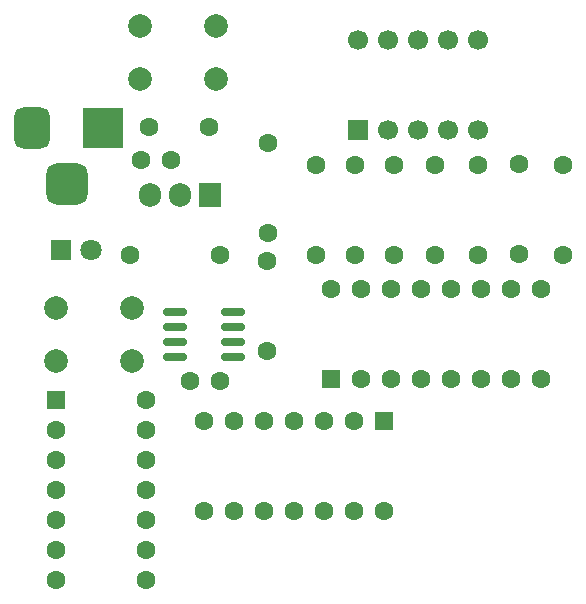
<source format=gbr>
%TF.GenerationSoftware,KiCad,Pcbnew,9.0.2*%
%TF.CreationDate,2025-11-09T02:01:15+01:00*%
%TF.ProjectId,digital_dice,64696769-7461-46c5-9f64-6963652e6b69,v1.0*%
%TF.SameCoordinates,Original*%
%TF.FileFunction,Soldermask,Top*%
%TF.FilePolarity,Negative*%
%FSLAX46Y46*%
G04 Gerber Fmt 4.6, Leading zero omitted, Abs format (unit mm)*
G04 Created by KiCad (PCBNEW 9.0.2) date 2025-11-09 02:01:15*
%MOMM*%
%LPD*%
G01*
G04 APERTURE LIST*
G04 Aperture macros list*
%AMRoundRect*
0 Rectangle with rounded corners*
0 $1 Rounding radius*
0 $2 $3 $4 $5 $6 $7 $8 $9 X,Y pos of 4 corners*
0 Add a 4 corners polygon primitive as box body*
4,1,4,$2,$3,$4,$5,$6,$7,$8,$9,$2,$3,0*
0 Add four circle primitives for the rounded corners*
1,1,$1+$1,$2,$3*
1,1,$1+$1,$4,$5*
1,1,$1+$1,$6,$7*
1,1,$1+$1,$8,$9*
0 Add four rect primitives between the rounded corners*
20,1,$1+$1,$2,$3,$4,$5,0*
20,1,$1+$1,$4,$5,$6,$7,0*
20,1,$1+$1,$6,$7,$8,$9,0*
20,1,$1+$1,$8,$9,$2,$3,0*%
G04 Aperture macros list end*
%ADD10C,1.600000*%
%ADD11C,2.000000*%
%ADD12RoundRect,0.250000X0.550000X-0.550000X0.550000X0.550000X-0.550000X0.550000X-0.550000X-0.550000X0*%
%ADD13RoundRect,0.250000X-0.550000X-0.550000X0.550000X-0.550000X0.550000X0.550000X-0.550000X0.550000X0*%
%ADD14R,3.500000X3.500000*%
%ADD15RoundRect,0.750000X-0.750000X-1.000000X0.750000X-1.000000X0.750000X1.000000X-0.750000X1.000000X0*%
%ADD16RoundRect,0.875000X-0.875000X-0.875000X0.875000X-0.875000X0.875000X0.875000X-0.875000X0.875000X0*%
%ADD17RoundRect,0.250000X-0.550000X0.550000X-0.550000X-0.550000X0.550000X-0.550000X0.550000X0.550000X0*%
%ADD18R,1.800000X1.800000*%
%ADD19C,1.800000*%
%ADD20R,1.700000X1.700000*%
%ADD21C,1.700000*%
%ADD22RoundRect,0.150000X-0.825000X-0.150000X0.825000X-0.150000X0.825000X0.150000X-0.825000X0.150000X0*%
%ADD23R,1.905000X2.000000*%
%ADD24O,1.905000X2.000000*%
G04 APERTURE END LIST*
D10*
%TO.C,R3*%
X158459109Y-78308200D03*
X158459109Y-70688200D03*
%TD*%
%TO.C,R2*%
X140298109Y-78282800D03*
X132678109Y-78282800D03*
%TD*%
%TO.C,C4*%
X137747309Y-88976200D03*
X140247309Y-88976200D03*
%TD*%
D11*
%TO.C,SW2*%
X133467909Y-58928000D03*
X139967909Y-58928000D03*
X133467909Y-63428000D03*
X139967909Y-63428000D03*
%TD*%
D10*
%TO.C,R4*%
X162142109Y-78308200D03*
X162142109Y-70688200D03*
%TD*%
%TO.C,R10*%
X144311309Y-68859400D03*
X144311309Y-76479400D03*
%TD*%
D12*
%TO.C,U3*%
X149696109Y-88849200D03*
D10*
X152236109Y-88849200D03*
X154776109Y-88849200D03*
X157316109Y-88849200D03*
X159856109Y-88849200D03*
X162396109Y-88849200D03*
X164936109Y-88849200D03*
X167476109Y-88849200D03*
X167476109Y-81229200D03*
X164936109Y-81229200D03*
X162396109Y-81229200D03*
X159856109Y-81229200D03*
X157316109Y-81229200D03*
X154776109Y-81229200D03*
X152236109Y-81229200D03*
X149696109Y-81229200D03*
%TD*%
%TO.C,C5*%
X134292909Y-67462400D03*
X139292909Y-67462400D03*
%TD*%
D13*
%TO.C,U2*%
X126353509Y-90601800D03*
D10*
X126353509Y-93141800D03*
X126353509Y-95681800D03*
X126353509Y-98221800D03*
X126353509Y-100761800D03*
X126353509Y-103301800D03*
X126353509Y-105841800D03*
X133973509Y-105841800D03*
X133973509Y-103301800D03*
X133973509Y-100761800D03*
X133973509Y-98221800D03*
X133973509Y-95681800D03*
X133973509Y-93141800D03*
X133973509Y-90601800D03*
%TD*%
D14*
%TO.C,J1*%
X130321509Y-67589400D03*
D15*
X124321509Y-67589400D03*
D16*
X127321509Y-72289400D03*
%TD*%
D10*
%TO.C,R6*%
X165621909Y-78257400D03*
X165621909Y-70637400D03*
%TD*%
%TO.C,R5*%
X155004709Y-78308200D03*
X155004709Y-70688200D03*
%TD*%
D17*
%TO.C,U6*%
X154110709Y-92405200D03*
D10*
X151570709Y-92405200D03*
X149030709Y-92405200D03*
X146490709Y-92405200D03*
X143950709Y-92405200D03*
X141410709Y-92405200D03*
X138870709Y-92405200D03*
X138870709Y-100025200D03*
X141410709Y-100025200D03*
X143950709Y-100025200D03*
X146490709Y-100025200D03*
X149030709Y-100025200D03*
X151570709Y-100025200D03*
X154110709Y-100025200D03*
%TD*%
D18*
%TO.C,D1*%
X126810709Y-77901800D03*
D19*
X129350709Y-77901800D03*
%TD*%
D10*
%TO.C,R9*%
X151677309Y-78282800D03*
X151677309Y-70662800D03*
%TD*%
%TO.C,R7*%
X169279509Y-78308200D03*
X169279509Y-70688200D03*
%TD*%
%TO.C,C3*%
X136081709Y-70281800D03*
X133581709Y-70281800D03*
%TD*%
%TO.C,R8*%
X148375309Y-78282800D03*
X148375309Y-70662800D03*
%TD*%
%TO.C,R1*%
X144285909Y-78816200D03*
X144285909Y-86436200D03*
%TD*%
D20*
%TO.C,U4*%
X151982109Y-67741800D03*
D21*
X154522109Y-67741800D03*
X157062109Y-67741800D03*
X159602109Y-67741800D03*
X162142109Y-67741800D03*
X162142109Y-60121800D03*
X159602109Y-60121800D03*
X157062109Y-60121800D03*
X154522109Y-60121800D03*
X151982109Y-60121800D03*
%TD*%
D22*
%TO.C,U1*%
X136426109Y-83134200D03*
X136426109Y-84404200D03*
X136426109Y-85674200D03*
X136426109Y-86944200D03*
X141376109Y-86944200D03*
X141376109Y-85674200D03*
X141376109Y-84404200D03*
X141376109Y-83134200D03*
%TD*%
D23*
%TO.C,U5*%
X139409109Y-73192600D03*
D24*
X136869109Y-73192600D03*
X134329109Y-73192600D03*
%TD*%
D11*
%TO.C,SW1*%
X126355909Y-82804000D03*
X132855909Y-82804000D03*
X126355909Y-87304000D03*
X132855909Y-87304000D03*
%TD*%
M02*

</source>
